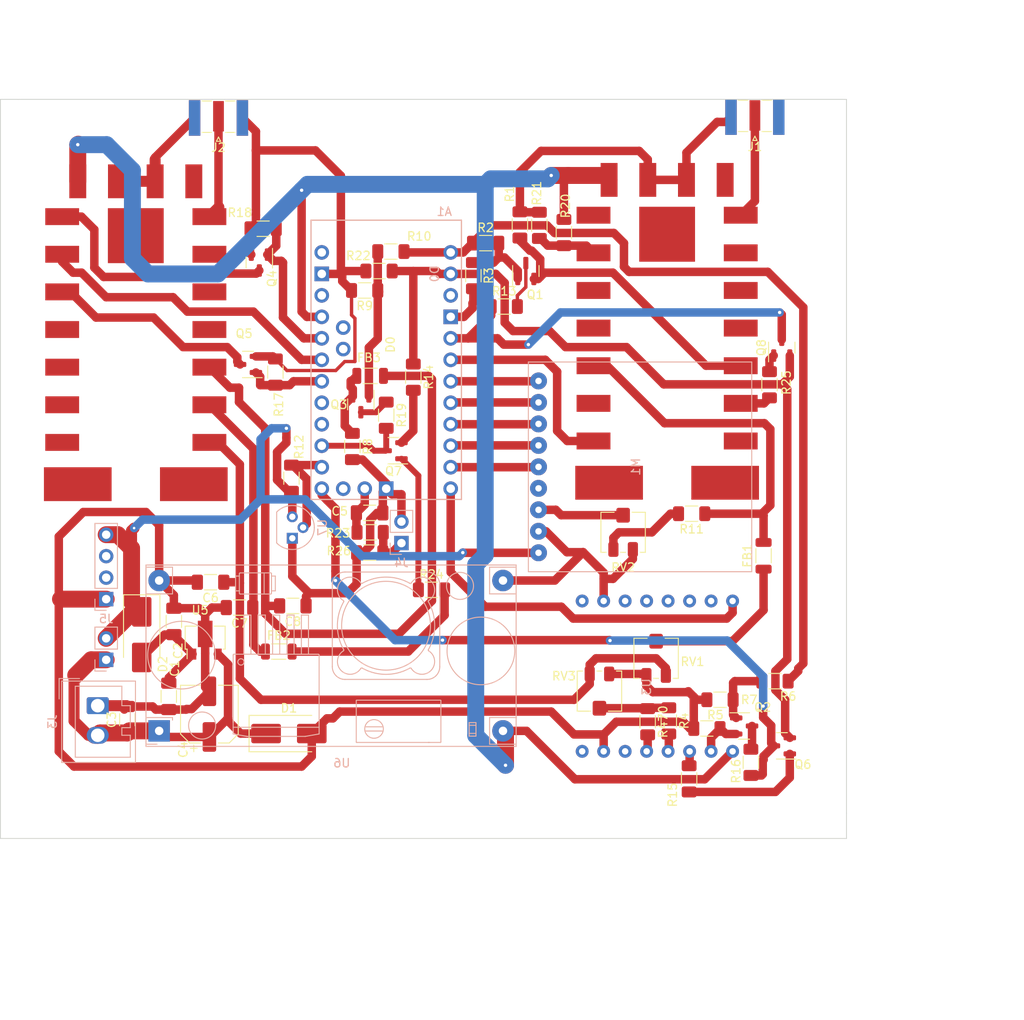
<source format=kicad_pcb>
(kicad_pcb (version 20221018) (generator pcbnew)
  (layers (0 "F.Cu" signal) (31 "B.Cu" signal) (34 "B.Paste" user) (35 "F.Paste" user) (36 "B.SilkS" user "B.Silkscreen") (37 "F.SilkS" user "F.Silkscreen") (38 "B.Mask" user) (39 "F.Mask" user) (44 "Edge.Cuts" user))
  (net 0 "")
  (net 1 "+5V")
  (net 2 "GND")
  (net 3 "VBUS")
  (net 4 "Net-(J1-In)")
  (net 5 "Net-(J2-In)")
  (net 6 "Net-(J4-Pin_1)")
  (net 7 "Net-(M1-Q1)")
  (net 8 "Net-(M1-Q2)")
  (net 9 "Net-(M1-Q3)")
  (net 11 "Net-(Q5-G)")
  (net 13 "Net-(M1-In)")
  (net 14 "Net-(Q1-B)")
  (net 15 "Net-(Q1-E)")
  (net 16 "Net-(Q4-G)")
  (net 17 "Net-(Q2-B)")
  (net 18 "Net-(Q2-E)")
  (net 19 "Net-(Q3-B)")
  (net 20 "Net-(Q3-E)")
  (net 21 "Net-(U4-PD)")
  (net 22 "Net-(R4-Pad1)")
  (net 23 "Net-(U3-DAC_R)")
  (net 24 "Net-(U1-AF_out)")
  (net 25 "Net-(R11-Pad2)")
  (net 26 "Net-(A1-D11_MOSI)")
  (net 27 "Net-(U3-DAC_L)")
  (net 28 "Net-(U4-Mic_in)")
  (net 35 "+BATT")
  (net 42 "Net-(A1-PadA6)")
  (net 44 "Net-(A1-D0{slash}RX)")
  (net 45 "Net-(A1-D1{slash}TX)")
  (net 46 "Net-(A1-D2_INT0)")
  (net 47 "Net-(A1-D3_INT1)")
  (net 48 "Net-(A1-D10_CS)")
  (net 68 "Net-(Q2-C)")
  (net 69 "Net-(M1-Q4)")
  (net 70 "Net-(Q1-C)")
  (net 71 "Net-(U4-RXD)")
  (net 72 "Net-(U3-BUSY)")
  (net 73 "Net-(Q3-C)")
  (net 74 "Net-(A1-D12_MISO)")
  (net 75 "Net-(U3-TX)")
  (net 76 "Net-(Q4-D)")
  (net 77 "Net-(Q5-D)")
  (net 78 "Net-(Q6-B)")
  (net 79 "Net-(Q7-B)")
  (net 80 "Net-(Q8-B)")
  (net 81 "Net-(U1-PD)")
  (net 82 "Net-(U4-TXD)")
  (net 83 "Net-(U1-TXD)")
  (net 84 "Net-(M1-StQ)")
  (net 85 "Net-(D2-A)")
  (net 86 "Net-(FB1-Pad1)")
  (net 87 "Net-(FB2-Pad2)")
  (net 90 "Net-(Q7-E)")
  (footprint "Capacitor_SMD:C_1206_3216Metric_Pad1.33x1.80mm_HandSolder" (layer "F.Cu") (at 171.7375 71.5)
    (fp_text reference "C5")
    (fp_text value "100n")
  )
  (footprint "Resistor_SMD:R_1206_3216Metric_Pad1.30x1.75mm_HandSolder" (layer "F.Cu") (at 209.8 71.6 180)
    (fp_text reference "R11")
    (fp_text value "470")
  )
  (footprint "Diode_SMD:D_SMB_Handsoldering" (layer "F.Cu") (at 144.8 85.9 -90)
    (fp_text reference "D2")
    (fp_text value "SS14")
  )
  (footprint "Resistor_SMD:R_1206_3216Metric_Pad1.30x1.75mm_HandSolder" (layer "F.Cu") (at 219 56.35 90)
    (fp_text reference "R25")
    (fp_text value "2k")
  )
  (footprint "Resistor_SMD:R_1206_3216Metric_Pad1.30x1.75mm_HandSolder" (layer "F.Cu") (at 171.8 73.8 180)
    (fp_text reference "R23")
    (fp_text value "10k")
  )
  (footprint "Resistor_SMD:R_1206_3216Metric_Pad1.30x1.75mm_HandSolder" (layer "F.Cu") (at 213.15 93.6 180)
    (fp_text reference "R7")
    (fp_text value "10k")
  )
  (footprint "Resistor_SMD:R_1206_3216Metric_Pad1.30x1.75mm_HandSolder" (layer "F.Cu") (at 172.85 42.9 180)
    (fp_text reference "R22")
    (fp_text value "1k")
  )
  (footprint "Capacitor_SMD:C_1206_3216Metric_Pad1.33x1.80mm_HandSolder" (layer "F.Cu") (at 156.3625 82.7 180)
    (fp_text reference "C7")
    (fp_text value "100p")
  )
  (footprint "Potentiometer_SMD:Potentiometer_Bourns_3314S_Horizontal" (layer "F.Cu") (at 201.7 73.8 180)
    (fp_text reference "RV2")
    (fp_text value "10k")
  )
  (footprint "Package_TO_SOT_SMD:SOT-23" (layer "F.Cu") (at 157.3625 53.95 180)
    (fp_text reference "Q5")
    (fp_text value "2N7002")
  )
  (footprint "Resistor_SMD:R_1206_3216Metric_Pad1.30x1.75mm_HandSolder" (layer "F.Cu") (at 204.6 96.2 -90)
    (fp_text reference "R470")
    (fp_text value "R")
  )
  (footprint "Potentiometer_SMD:Potentiometer_Bourns_3314S_Horizontal" (layer "F.Cu") (at 205.6 88.7 180)
    (fp_text reference "RV1")
    (fp_text value "10k")
  )
  (footprint "Package_TO_SOT_SMD:SOT-23" (layer "F.Cu") (at 220.4625 99.05 180)
    (fp_text reference "Q6")
    (fp_text value "BC848")
  )
  (footprint "Resistor_SMD:R_1206_3216Metric_Pad1.30x1.75mm_HandSolder" (layer "F.Cu") (at 162.5 67.4 90)
    (fp_text reference "R12")
    (fp_text value "4k7")
  )
  (footprint "Inductor_SMD:L_1206_3216Metric" (layer "F.Cu") (at 171.8 55.3 180)
    (fp_text reference "FB3")
    (fp_text value "SMD FB")
  )
  (footprint "Inductor_SMD:L_1206_3216Metric" (layer "F.Cu") (at 161 87.9)
    (fp_text reference "FB2")
    (fp_text value "SMD FB")
  )
  (footprint "Capacitor_SMD:C_1206_3216Metric_Pad1.33x1.80mm_HandSolder" (layer "F.Cu") (at 148.6 84.3375 90)
    (fp_text reference "C2")
    (fp_text value "100n")
  )
  (footprint "Capacitor_SMD:C_1206_3216Metric_Pad1.33x1.80mm_HandSolder" (layer "F.Cu") (at 148 93.2 -90)
    (fp_text reference "C1")
    (fp_text value "1u")
  )
  (footprint "Package_TO_SOT_SMD:SOT-23" (layer "F.Cu") (at 170.7 58.6625 -90)
    (fp_text reference "Q3")
    (fp_text value "BC848")
  )
  (footprint "Resistor_SMD:R_1206_3216Metric_Pad1.30x1.75mm_HandSolder" (layer "F.Cu") (at 211.6 97 180)
    (fp_text reference "R5")
    (fp_text value "1k")
  )
  (footprint "user:DRA818" (layer "F.Cu") (at 144.1 49.819 90)
    (fp_text reference "U4" hide)
    (fp_text value "TX_module" hide)
  )
  (footprint "Connector_Coaxial:SMA_Samtec_SMA-J-P-X-ST-EM1_EdgeMount" (layer "F.Cu") (at 217.275 24.7 180)
    (fp_text reference "J1")
    (fp_text value "Conn_Coaxial")
  )
  (footprint "Capacitor_SMD:C_1206_3216Metric_Pad1.33x1.80mm_HandSolder" (layer "F.Cu") (at 152.9375 79.7 180)
    (fp_text reference "C6")
    (fp_text value "100p")
  )
  (footprint "Resistor_SMD:R_1206_3216Metric_Pad1.30x1.75mm_HandSolder" (layer "F.Cu") (at 179.05 80.6)
    (fp_text reference "R24")
    (fp_text value "2k")
  )
  (footprint "Resistor_SMD:R_1206_3216Metric_Pad1.30x1.75mm_HandSolder" (layer "F.Cu") (at 174.25 40.6 180)
    (fp_text reference "R10")
    (fp_text value "2k")
  )
  (footprint "Package_TO_SOT_SMD:SOT-23" (layer "F.Cu") (at 220.45 51.9625 90)
    (fp_text reference "Q8")
    (fp_text value "BC848")
  )
  (footprint "Package_TO_SOT_SMD:SOT-23" (layer "F.Cu") (at 216 96.7)
    (fp_text reference "Q2")
    (fp_text value "BC848")
  )
  (footprint "Resistor_SMD:R_1206_3216Metric_Pad1.30x1.75mm_HandSolder" (layer "F.Cu") (at 173.7 59.95 -90)
    (fp_text reference "R19")
    (fp_text value "470")
  )
  (footprint "user:DRA818" (layer "F.Cu") (at 206.9 49.65 90)
    (fp_text reference "U1" hide)
    (fp_text value "RX_module" hide)
  )
  (footprint "Resistor_SMD:R_1206_3216Metric_Pad1.30x1.75mm_HandSolder" (layer "F.Cu") (at 159.15 37.9 180)
    (fp_text reference "R18")
    (fp_text value "1k")
  )
  (footprint "Resistor_SMD:R_1206_3216Metric_Pad1.30x1.75mm_HandSolder" (layer "F.Cu") (at 171.15 45.2 180)
    (fp_text reference "R9")
    (fp_text value "10k")
  )
  (footprint "Resistor_SMD:R_1206_3216Metric_Pad1.30x1.75mm_HandSolder" (layer "F.Cu") (at 189.5 37.45 90)
    (fp_text reference "R1")
    (fp_text value "1k")
  )
  (footprint "Resistor_SMD:R_1206_3216Metric_Pad1.30x1.75mm_HandSolder" (layer "F.Cu") (at 171.75 76.2)
    (fp_text reference "R26")
    (fp_text value "2k")
  )
  (footprint "Resistor_SMD:R_1206_3216Metric_Pad1.30x1.75mm_HandSolder" (layer "F.Cu") (at 219.65 91.4 180)
    (fp_text reference "R6")
    (fp_text value "2k")
  )
  (footprint "Inductor_SMD:L_1206_3216Metric" (layer "F.Cu") (at 218.3 76.575 90)
    (fp_text reference "FB1")
    (fp_text value "SMD_FB")
  )
  (footprint "Resistor_SMD:R_1206_3216Metric_Pad1.30x1.75mm_HandSolder" (layer "F.Cu") (at 191.8 37.5 90)
    (fp_text reference "R21")
    (fp_text value "1k")
  )
  (footprint "Resistor_SMD:R_1206_3216Metric_Pad1.30x1.75mm_HandSolder" (layer "F.Cu") (at 207.1 96.1 -90)
    (fp_text reference "R4")
    (fp_text value "470")
  )
  (footprint "Resistor_SMD:R_1206_3216Metric_Pad1.30x1.75mm_HandSolder" (layer "F.Cu") (at 209.5 102.95 90)
    (fp_text reference "R15")
    (fp_text value "2k")
  )
  (footprint "Package_TO_SOT_SMD:SOT-23" (layer "F.Cu") (at 158.7 41.9 -90)
    (fp_text reference "Q4")
    (fp_text value "2N7002")
  )
  (footprint "Resistor_SMD:R_1206_3216Metric_Pad1.30x1.75mm_HandSolder" (layer "F.Cu") (at 160.6 54.85 90)
    (fp_text reference "R17")
    (fp_text value "1k")
  )
  (footprint "Resistor_SMD:R_1206_3216Metric_Pad1.30x1.75mm_HandSolder" (layer "F.Cu") (at 169.7 63.65 -90)
    (fp_text reference "R8")
    (fp_text value "1k")
  )
  (footprint "Diode_SMD:D_SMB_Handsoldering" (layer "F.Cu") (at 162.2 97.6)
    (fp_text reference "D1")
    (fp_text value "1N4007")
  )
  (footprint "Capacitor_SMD:CP_Elec_6.3x3" (layer "F.Cu") (at 152.8 95.3 90)
    (fp_text reference "C4")
    (fp_text value "10u")
  )
  (footprint "Package_TO_SOT_SMD:SOT-23" (layer "F.Cu") (at 174.5625 64.15 180)
    (fp_text reference "Q7")
    (fp_text value "BC848")
  )
  (footprint "Package_TO_SOT_SMD:SOT-89-3" (layer "F.Cu") (at 152.3 86.25 90)
    (fp_text reference "U5")
    (fp_text value "L78L05_SOT89")
  )
  (footprint "Connector_Coaxial:SMA_Samtec_SMA-J-P-X-ST-EM1_EdgeMount" (layer "F.Cu") (at 153.875 24.8 180)
    (fp_text reference "J2")
    (fp_text value "Conn_Coaxial")
  )
  (footprint "Resistor_SMD:R_1206_3216Metric_Pad1.30x1.75mm_HandSolder" (layer "F.Cu") (at 185.45 39.6)
    (fp_text reference "R2")
    (fp_text value "2k")
  )
  (footprint "Potentiometer_SMD:Potentiometer_Bourns_3314S_Horizontal" (layer "F.Cu") (at 198.9 92.575)
    (fp_text reference "RV3")
    (fp_text value "10k")
  )
  (footprint "Resistor_SMD:R_1206_3216Metric_Pad1.30x1.75mm_HandSolder" (layer "F.Cu") (at 184 43.45 -90)
    (fp_text reference "R3")
    (fp_text value "10k")
  )
  (footprint "Resistor_SMD:R_1206_3216Metric_Pad1.30x1.75mm_HandSolder" (layer "F.Cu") (at 216.8 101 90)
    (fp_text reference "R16")
    (fp_text value "470")
  )
  (footprint "Capacitor_SMD:C_1206_3216Metric_Pad1.33x1.80mm_HandSolder" (layer "F.Cu") (at 162.6625 82.5 180)
    (fp_text reference "C8")
    (fp_text value "100p")
  )
  (footprint "Capacitor_SMD:C_1206_3216Metric_Pad1.33x1.80mm_HandSolder" (layer "F.Cu") (at 143.1 95.9625 90)
    (fp_text reference "C3")
    (fp_text value "100n")
  )
  (footprint "Resistor_SMD:R_1206_3216Metric_Pad1.30x1.75mm_HandSolder" (layer "F.Cu") (at 194.7 38.35 -90)
    (fp_text reference "R20")
    (fp_text value "470")
  )
  (footprint "Resistor_SMD:R_1206_3216Metric_Pad1.30x1.75mm_HandSolder" (layer "F.Cu") (at 176.9 55.45 -90)
    (fp_text reference "R14")
    (fp_text value "0")
  )
  (footprint "Package_TO_SOT_SMD:SOT-23" (layer "F.Cu") (at 190.2 42.9 90)
    (fp_text reference "Q1")
    (fp_text value "BC848")
  )
  (footprint "Resistor_SMD:R_1206_3216Metric_Pad1.30x1.75mm_HandSolder" (layer "F.Cu") (at 187.65 47.1)
    (fp_text reference "R13")
    (fp_text value "470")
  )
  (footprint "Package_TO_SOT_THT:TO-92" (layer "B.Cu") (at 162.6 74.5 90)
    (fp_text reference "U7")
    (fp_text value "DS18B20")
  )
  (footprint "Connector_PinHeader_2.54mm:PinHeader_1x02_P2.54mm_Vertical" (layer "B.Cu") (at 175.5 75.075)
    (fp_text reference "J4")
    (fp_text value "U_meas")
  )
  (footprint "Connector_Wago:Wago_734-132_1x02_P3.50mm_Vertical" (layer "B.Cu") (at 139.6 94.3 -90)
    (fp_text reference "J3")
    (fp_text value "7-14V")
  )
  (footprint "user:mt8870_module" (layer "B.Cu") (at 203.7 66.06 -90)
    (fp_text reference "M1")
    (fp_text value "~")
  )
  (footprint "PCM_arduino-library:Clone_Pro_Mini_Socket_NoSPH" (layer "B.Cu") (at 173.7 53.4 180)
    (fp_text reference "A1")
    (fp_text value "Clone_Pro_Mini_Socket_NoSPH")
  )
  (footprint "user:YAAJ_DCDC_StepDown_LM2596" (layer "B.Cu") (at 146.86 97.28)
    (fp_text reference "U6")
    (fp_text value "YAAJ_DCDC_StepDown_LM2596")
  )
  (footprint "user:DFPlayer_V2" (layer "B.Cu") (at 214.64 92.08 90)
    (fp_text reference "U3")
    (fp_text value "DFPLAYER_MINI" hide)
  )
  (footprint "Connector_PinHeader_2.54mm:PinHeader_1x02_P2.54mm_Vertical" (layer "B.Cu") (at 140.6 88.875)
    (fp_text reference "J6" hide)
    (fp_text value "USB_power")
  )
  (footprint "Connector_PinHeader_2.54mm:PinHeader_1x04_P2.54mm_Vertical" (layer "B.Cu") (at 140.6 81.7)
    (fp_text reference "J5")
    (fp_text value "USB_C")
  )
  (gr_line (start 128.1 110) (end 128.1 22.6) (stroke (width 0.1)) (layer "Edge.Cuts"))
  (gr_line (start 228.1 107) (end 228.1 110) (stroke (width 0.1)) (layer "Edge.Cuts"))
  (gr_line (start 228.1 110) (end 128.1 110) (stroke (width 0.1)) (layer "Edge.Cuts"))
  (gr_line (start 128.1 22.6) (end 130.2 22.6) (stroke (width 0.1)) (layer "Edge.Cuts"))
  (gr_line (start 130.2 22.6) (end 228.1 22.6) (stroke (width 0.1)) (layer "Edge.Cuts"))
  (gr_line (start 228.1 22.6) (end 228.1 107) (stroke (width 0.1)) (layer "Edge.Cuts"))
  (segment (start 143.6 75.7) (end 143.6 73.6) (width 1.3) (layer "F.Cu") (net 1))
  (segment (start 182.77 76.22) (end 182.75 76.2) (width 1) (layer "F.Cu") (net 1))
  (segment (start 161 64.1) (end 161.9 63.2) (width 1) (layer "F.Cu") (net 1))
  (segment (start 160.8 67.6) (end 160.8 64.3) (width 1) (layer "F.Cu") (net 1))
  (segment (start 143.6 75.7) (end 143.6 82) (width 2) (layer "F.Cu") (net 1))
  (segment (start 162.15 68.95) (end 160.8 67.6) (width 1) (layer "F.Cu") (net 1))
  (segment (start 162.5 68.95) (end 162.15 68.95) (width 1) (layer "F.Cu") (net 1))
  (segment (start 143.6 82) (end 144.8 83.2) (width 2) (layer "F.Cu") (net 1))
  (segment (start 143.6 73.6) (end 143.9 73.3) (width 1.3) (layer "F.Cu") (net 1))
  (segment (start 162.6 71.96) (end 162.6 69.05) (width 1) (layer "F.Cu") (net 1))
  (segment (start 161.9 63.2) (end 161.9 62.6) (width 1) (layer "F.Cu") (net 1))
  (segment (start 141.98 74.08) (end 143.6 75.7) (width 2) (layer "F.Cu") (net 1))
  (segment (start 161.9 62.6) (end 161.9 61.5) (width 1) (layer "F.Cu") (net 1))
  (segment (start 162.6 69.05) (end 162.5 68.95) (width 1) (layer "F.Cu") (net 1))
  (segment (start 143.735 83.2) (end 140.6 86.335) (width 2) (layer "F.Cu") (net 1))
  (segment (start 160.8 64.3) (end 161 64.1) (width 1) (layer "F.Cu") (net 1))
  (segment (start 191.7 76.22) (end 182.77 76.22) (width 1) (layer "F.Cu") (net 1))
  (segment (start 144.8 83.2) (end 143.735 83.2) (width 2) (layer "F.Cu") (net 1))
  (segment (start 140.6 74.08) (end 141.98 74.08) (width 2) (layer "F.Cu") (net 1))
  (via (at 143.9 73.3) (size 0.4) (drill 0.3) (layers "F.Cu" "B.Cu") (net 1))
  (via (at 161.9 61.5) (size 0.8) (drill 0.4) (layers "F.Cu" "B.Cu") (net 1))
  (via (at 182.75 76.2) (size 0.8) (drill 0.4) (layers "F.Cu" "B.Cu") (net 1))
  (segment (start 143.9 73.3) (end 144.9 72.3) (width 1) (layer "B.Cu") (net 1))
  (segment (start 158.85 62.8) (end 160.15 61.5) (width 1) (layer "B.Cu") (net 1))
  (segment (start 160.15 61.5) (end 161.9 61.5) (width 1) (layer "B.Cu") (net 1))
  (segment (start 164.1 69.9) (end 170.825 76.625) (width 1) (layer "B.Cu") (net 1))
  (segment (start 158.85 69.9) (end 158.85 62.8) (width 1) (layer "B.Cu") (net 1))
  (segment (start 182.325 76.625) (end 170.825 76.625) (width 1) (layer "B.Cu") (net 1))
  (segment (start 158.85 69.9) (end 164.1 69.9) (width 1) (layer "B.Cu") (net 1))
  (segment (start 156.45 72.3) (end 158.85 69.9) (width 1) (layer "B.Cu") (net 1))
  (segment (start 144.9 72.3) (end 156.45 72.3) (width 1) (layer "B.Cu") (net 1))
  (segment (start 182.75 76.2) (end 182.325 76.625) (width 1) (layer "B.Cu") (net 1))
  (segment (start 169.6 48.1) (end 169.6 45.2) (width 0.4) (layer "F.Cu") (net 2))
  (segment (start 199.4 99.7) (end 199.4 97.7) (width 1) (layer "F.Cu") (net 2))
  (segment (start 189.55 35.95) (end 189.5 35.9) (width 1) (layer "F.Cu") (net 2))
  (segment (start 151.575 82.775) (end 152.3 83.5) (width 1) (layer "F.Cu") (net 2))
  (segment (start 189.5 31.2) (end 189.5 35.9) (width 1) (layer "F.Cu") (net 2))
  (segment (start 135.2 81.7) (end 135 81.5) (width 1) (layer "F.Cu") (net 2))
  (segment (start 135 81.5) (end 135 99.7) (width 1) (layer "F.Cu") (net 2))
  (segment (start 164.225 81.375) (end 164.225 82.5) (width 1) (layer "F.Cu") (net 2))
  (segment (start 200.9 96.2) (end 208.8 96.2) (width 1) (layer "F.Cu") (net 2))
  (segment (start 171 76.2) (end 171.8 75.4) (width 1) (layer "F.Cu") (net 2))
  (segment (start 140.6 81.7) (end 135.2 81.7) (width 2) (layer "F.Cu") (net 2))
  (segment (start 160.3 53) (end 160.6 53.3) (width 1) (layer "F.Cu") (net 2))
  (segment (start 146.4625 94.7625) (end 148 94.7625) (width 1) (layer "F.Cu") (net 2))
  (segment (start 184 46.6) (end 183.9 46.7) (width 1) (layer "F.Cu") (net 2))
  (segment (start 146.86 79.5) (end 146.6 79.5) (width 1) (layer "F.Cu") (net 2))
  (segment (start 168.34 43.24) (end 168.68 42.9) (width 1) (layer "F.Cu") (net 2))
  (segment (start 199.4 97.7) (end 200.9 96.2) (width 1) (layer "F.Cu") (net 2))
  (segment (start 187.5 79.5) (end 193.625 79.5) (width 1) (layer "F.Cu") (net 2))
  (segment (start 141.814 32.293) (end 146.386 32.293) (width 1.3) (layer "F.Cu") (net 2))
  (segment (start 209.3 92.7) (end 209.4 92.6) (width 1) (layer "F.Cu") (net 2))
  (segment (start 168.68 42.9) (end 171.3 42.9) (width 1) (layer "F.Cu") (net 2))
  (segment (start 168.34 31.64) (end 168.34 43.24) (width 1) (layer "F.Cu") (net 2))
  (segment (start 148.6 82.775) (end 151.575 82.775) (width 1) (layer "F.Cu") (net 2))
  (segment (start 146.86 79.5) (end 151.175 79.5) (width 1) (layer "F.Cu") (net 2))
  (segment (start 170 53.6) (end 170 48.5) (width 0.4) (layer "F.Cu") (net 2))
  (segment (start 162.6 79) (end 164.6 81) (width 1) (layer "F.Cu") (net 2))
  (segment (start 171.8 72.3375) (end 172.6375 71.5) (width 1) (layer "F.Cu") (net 2))
  (segment (start 193.2 95) (end 168.2 95) (width 1) (layer "F.Cu") (net 2))
  (segment (start 148.6 81.24) (end 146.86 79.5) (width 1) (layer "F.Cu") (net 2))
  (segment (start 158.3 53) (end 160.3 53) (width 1) (layer "F.Cu") (net 2))
  (segment (start 202.85 75.825) (end 202.85 76.95) (width 1) (layer "F.Cu") (net 2))
  (segment (start 168.8 53.6) (end 170 53.6) (width 0.4) (layer "F.Cu") (net 2))
  (segment (start 152.3 88.1125) (end 152.3 92.1) (width 1) (layer "F.Cu") (net 2))
  (segment (start 150.1 94.7) (end 150.0375 94.7625) (width 1) (layer "F.Cu") (net 2))
  (segment (start 143 94.3) (end 143.1 94.4) (width 1.3) (layer "F.Cu") (net 2))
  (segment (start 200.05 90.55) (end 204.275 90.55) (width 1) (layer "F.Cu") (net 2))
  (segment (start 209.186 32.124) (end 209.186 28.904) (width 1) (layer "F.Cu") (net 2))
  (segment (start 173.7 68) (end 173.7 68.64) (width 1) (layer "F.Cu") (net 2))
  (segment (start 213.88 25.27) (end 214.45 24.7) (width 1) (layer "F.Cu") (net 2))
  (segment (start 166.7 95.8) (end 164.9 97.6) (width 1) (layer "F.Cu") (net 2))
  (segment (start 143.1 94.4) (end 146.1 94.4) (width 1) (layer "F.Cu") (net 2))
  (segment (start 142.74 94.76) (end 143.1 94.4) (width 1) (layer "F.Cu") (net 2))
  (segment (start 152.8 92.6) (end 150.7 94.7) (width 1) (layer "F.Cu") (net 2))
  (segment (start 162.6 74.5) (end 162.6 79) (width 1) (layer "F.Cu") (net 2))
  (segment (start 210.05 97) (end 209.6 97) (width 1) (layer "F.Cu") (net 2))
  (segment (start 168.34 43.24) (end 166.08 43.24) (width 1) (layer "F.Cu") (net 2))
  (segment (start 157.6 37.9) (end 157.6 40.8125) (width 1) (layer "F.Cu") (net 2))
  (segment (start 163.7 101.5) (end 164.9 100.3) (width 1) (layer "F.Cu") (net 2))
  (segment (start 170.2 76.2) (end 171 76.2) (width 1) (layer "F.Cu") (net 2))
  (segment (start 171.8 75.4) (end 171.8 72.3375) (width 1) (layer "F.Cu") (net 2))
  (segment (start 136.8 101.5) (end 163.7 101.5) (width 1) (layer "F.Cu") (net 2))
  (segment (start 145.3 71.4) (end 137.9 71.4) (width 1) (layer "F.Cu") (net 2))
  (segment (start 204.614 32.686) (end 204.614 32.124) (width 1) (layer "F.Cu") (net 2))
  (segment (start 165.34 28.64) (end 168.34 31.64) (width 1) (layer "F.Cu") (net 2))
  (segment (start 135 99.7) (end 136.8 101.5) (width 1) (layer "F.Cu") (net 2))
  (segment (start 148.6 82.775) (end 148.6 81.24) (width 1) (layer "F.Cu") (net 2))
  (segment (start 135 74.3) (end 135 81.5) (width 1) (layer "F.Cu") (net 2))
  (segment (start 169.6 45.2) (end 168.5 44.1) (width 1) (layer "F.Cu") (net 2))
  (segment (start 167.4 95.8) (end 166.7 95.8) (width 1) (layer "F.Cu") (net 2))
  (segment (start 191.7 73.68) (end 192.58 73.68) (width 1) (layer "F.Cu") (net 2))
  (segment (start 195.05 76.15) (end 196.975 76.15) (width 1) (layer "F.Cu") (net 2))
  (segment (start 195.9 97.7) (end 193.2 95) (width 1) (layer "F.Cu") (net 2))
  (segment (start 146.386 29.714) (end 146.386 32.293) (width 1.3) (layer "F.Cu") (net 2))
  (segment (start 164.6 81) (end 169.1 81) (width 1) (layer "F.Cu") (net 2))
  (segment (start 173.3 71.5) (end 173.3 69.04) (width 1) (layer "F.Cu") (net 2))
  (segment (start 209.4 92.6) (end 210.05 93.25) (width 1) (layer "F.Cu") (net 2))
  (segment (start 158.3 36.3) (end 158.3 37.2) (width 1) (layer "F.Cu") (net 2))
  (segment (start 150.0375 94.7625) (end 148 94.7625) (width 1) (layer "F.Cu") (net 2))
  (segment (start 153.1 82.7) (end 154.8 82.7) (width 1) (layer "F.Cu") (net 2))
  (segment (start 203.6 28.7) (end 192 28.7) (width 1) (layer "F.Cu") (net 2))
  (segment (start 204.45 91.95) (end 205.2 92.7) (width 1) (layer "F.Cu") (net 2))
  (segment (start 175.5 69.3) (end 175.5 72.535) (width 1) (layer "F.Cu") (net 2))
  (segment (start 199.4 97.7) (end 195.9 97.7) (width 1) (layer "F.Cu") (net 2))
  (segment (start 199.4 81.92) (end 199.4 79.3) (width 1) (layer "F.Cu") (net 2))
  (segment (start 210.05 93.25) (end 210.4 93.6) (width 1) (layer "F.Cu") (net 2))
  (segment (start 205.2 92.7) (end 209.3 92.7) (width 1) (layer "F.Cu") (net 2))
  (segment (start 170.2 79.9) (end 170.2 76.2) (width 1) (layer "F.Cu") (net 2))
  (segment (start 139.6 94.3) (end 143 94.3) (width 1.3) (layer "F.Cu") (net 2))
  (segment (start 204.275 90.55) (end 204.45 90.725) (width 1) (layer "F.Cu") (net 2))
  (segment (start 167.7364 54.6636) (end 168.8 53.6) (width 0.4) (layer "F.Cu") (net 2))
  (segment (start 210.4 93.6) (end 211.6 93.6) (width 1) (layer "F.Cu") (net 2))
  (segment (start 170 48.5) (end 169.6 48.1) (width 0.4) (layer "F.Cu") (net 2))
  (segment (start 209.186 28.904) (end 212.82 25.27) (width 1) (layer "F.Cu") (net 2))
  (segment (start 168.5 44.1) (end 168.5 43.4) (width 1) (layer "F.Cu") (net 2))
  (segment (start 158.3 28.64) (end 165.34 28.64) (width 1) (layer "F.Cu") (net 2))
  (segment (start 157.6 40.8125) (end 157.75 40.9625) (width 1) (layer "F.Cu") (net 2))
  (segment (start 204.614 32.124) (end 209.186 32.124) (width 1) (layer "F.Cu") (net 2))
  (segment (start 183.9 47.3) (end 182.88 48.32) (width 1) (layer "F.Cu") (net 2))
  (segment (start 152.3 88.1125) (end 152.3 83.5) (width 1) (layer "F.Cu") (net 2))
  (segment (start 193.625 79.5) (end 196.975 76.15) (width 1) (layer "F.Cu") (net 2))
  (segment (start 173.7 68.64) (end 174.36 69.3) (width 1) (layer "F.Cu") (net 2))
  (segment (start 209.6 97) (end 208.8 96.2) (width 1) (layer "F.Cu") (net 2))
  (segment (start 169.7 65.2) (end 170.9 65.2) (width 1) (layer "F.Cu") (net 2))
  (segment (start 173.3 69.04) (end 173.7 68.64) (width 1) (layer "F.Cu") (net 2))
  (segment (start 158.3 28.64) (end 158.3 26.4) (width 1) (layer "F.Cu") (net 2))
  (segment (start 170.9 65.2) (end 173.7 68) (width 1) (layer "F.Cu") (net 2))
  (segment (start 152.3 83.5) (end 153.1 82.7) (width 1) (layer "F.Cu") (net 2))
  (segment (start 174.36 69.3) (end 175.5 69.3) (width 1) (layer "F.Cu") (net 2))
  (segment (start 210.05 93.25) (end 210.05 97) (width 1) (layer "F.Cu") (net 2))
  (segment (start 169.1 81) (end 170.2 79.9) (width 1) (layer "F.Cu") (net 2))
  (segment (start 204.614 29.714) (end 203.6 28.7) (width 1) (layer "F.Cu") (net 2))
  (segment (start 146.86 79.5) (end 146.86 72.96) (width 1) (layer "F.Cu") (net 2))
  (segment (start 202.85 76.95) (end 200.5 79.3) (width 1) (layer "F.Cu") (net 2))
  (segment (start 182.88 48.32) (end 181.32 48.32) (width 1) (layer "F.Cu") (net 2))
  (segment (start 158.3 28.64) (end 158.3 36.3) (width 1) (layer "F.Cu") (net 2))
  (segment (start 158.3 26.4) (end 156.7 24.8) (width 1) (layer "F.Cu") (net 2))
  (segment (start 137.9 71.4) (end 135 74.3) (width 1) (layer "F.Cu") (net 2))
  (segment (start 146.386 29.464) (end 151.05 24.8) (width 1) (layer "F.Cu") (net 2))
  (segment (start 204.614 32.124) (end 204.614 29.714) (width 1) (layer "F.Cu") (net 2))
  (segment (start 204.45 90.725) (end 204.45 91.95) (width 1) (layer "F.Cu") (net 2))
  (segment (start 191.8 35.95) (end 189.55 35.95) (width 1) (layer "F.Cu") (net 2))
  (segment (start 172.6375 71.5) (end 173.3 71.5) (width 1) (layer "F.Cu") (net 2))
  (segment (start 146.1 94.4) (end 146.4625 94.7625) (width 1) (layer "F.Cu") (net 2))
  (segment (start 160.6 53.3) (end 161.9636 54.6636) (width 0.4) (layer "F.Cu") (net 2))
  (segment (start 199.4 79.3) (end 199.4 78.575) (width 1) (layer "F.Cu") (net 2))
  (segment (start 168.2 95) (end 167.4 95.8) (width 1) (layer "F.Cu") (net 2))
  (segment (start 164.9 100.3) (end 164.9 97.6) (width 1) (layer "F.Cu") (net 2))
  (segment (start 212.82 25.27) (end 213.88 25.27) (width 1) (layer "F.Cu") (net 2))
  (segment (start 151.175 79.5) (end 151.375 79.7) (width 1) (layer "F.Cu") (net 2))
  (segment (start 161.9636 54.6636) (end 167.7364 54.6636) (width 0.4) (layer "F.Cu") (net 2))
  (segment (start 168.5 43.4) (end 168.34 43.24) (width 1) (layer "F.Cu") (net 2))
  (segment (start 164.6 81) (end 164.225 81.375) (width 1) (layer "F.Cu") (net 2))
  (segment (start 192 28.7) (end 189.5 31.2) (width 1) (layer "F.Cu") (net 2))
  (segment (start 158.3 37.2) (end 157.6 37.9) (width 1) (layer "F.Cu") (net 2))
  (segment (start 146.86 72.96) (end 145.3 71.4) (width 1) (layer "F.Cu") (net 2))
  (segment (start 152.3 92.1) (end 152.8 92.6) (width 1) (layer "F.Cu") (net 2))
  (segment (start 199.4 78.575) (end 196.975 76.15) (width 1) (layer "F.Cu") (net 2))
  (segment (start 200.5 79.3) (end 199.4 79.3) (width 1) (layer "F.Cu") (net 2))
  (segment (start 192.58 73.68) (end 195.05 76.15) (width 1) (layer "F.Cu") (net 2))
  (segment (start 146.386 29.714) (end 146.386 29.464) (width 1) (layer "F.Cu") (net 2))
  (segment (start 183.9 46.7) (end 183.9 47.3) (width 1) (layer "F.Cu") (net 2))
  (segment (start 150.7 94.7) (end 150.1 94.7) (width 1) (layer "F.Cu") (net 2))
  (segment (start 184 45) (end 184 46.6) (width 1) (layer "F.Cu") (net 2))
  (segment (start 181.3 48.3) (end 181.32 48.32) (width 1) (layer "F.Cu") (net 2))
  (segment (start 155 95.8) (end 154.85 95.95) (width 1) (layer "F.Cu") (net 3))
  (segment (start 155 89.4) (end 155 95.8) (width 1) (layer "F.Cu") (net 3))
  (segment (start 154.85 95.95) (end 156.5 97.6) (width 1) (layer "F.Cu") (net 3))
  (segment (start 152.8 98) (end 147.58 98) (width 1) (layer "F.Cu") (net 3))
  (segment (start 146.86 97.28) (end 143.345 97.28) (width 2) (layer "F.Cu") (net 3))
  (segment (start 147.58 98) (end 146.86 97.28) (width 1) (layer "F.Cu") (net 3))
  (segment (start 143.345 97.28) (end 143.1 97.525) (width 2) (layer "F.Cu") (net 3))
  (segment (start 146.615 97.525) (end 146.86 97.28) (width 2) (layer "F.Cu") (net 3))
  (segment (start 138.825 88.875) (end 137 90.7) (width 2) (layer "F.Cu") (net 3))
  (segment (start 138.5 97.8) (end 139.6 97.8) (width 1.3) (layer "F.Cu") (net 3))
  (segment (start 153.8 88.2) (end 155 89.4) (width 1) (layer "F.Cu") (net 3))
  (segment (start 140.6 88.875) (end 138.825 88.875) (width 2) (layer "F.Cu") (net 3))
  (segment (start 154.85 95.95) (end 152.8 98) (width 1) (layer "F.Cu") (net 3))
  (segment (start 136.8 90.9) (end 136.8 96.1) (width 1.3) (layer "F.Cu") (net 3))
  (segment (start 137 90.7) (end 136.8 90.9) (width 1.3) (layer "F.Cu") (net 3))
  (segment (start 156.5 97.6) (end 159.5 97.6) (width 1) (layer "F.Cu") (net 3))
  (segment (start 143.1 97.525) (end 139.875 97.525) (width 2) (layer "F.Cu") (net 3))
  (segment (start 136.8 96.1) (end 138.5 97.8) (width 1.3) (layer "F.Cu") (net 3))
  (segment (start 139.242462 97.8) (end 139.6 97.8) (width 2) (layer "F.Cu") (net 3))
  (segment (start 139.875 97.525) (end 139.6 97.8) (width 2) (layer "F.Cu") (net 3))
  (segment (start 217.275 34.625) (end 217.275 24.5) (width 1) (layer "F.Cu") (net 4))
  (segment (start 215.6 36.3) (end 217.275 34.625) (width 1) (layer "F.Cu") (net 4))
  (segment (start 153.875 24.6) (end 153.875 35.304) (width 1) (layer "F.Cu") (net 5))
  (segment (start 153.92 35.349) (end 152.8 36.469) (width 1.3) (layer "F.Cu") (net 5))
  (segment (start 153.875 35.304) (end 153.92 35.349) (width 1) (layer "F.Cu") (net 5))
  (segment (start 173.3 76.2) (end 174.375 76.2) (width 1) (layer "F.Cu") (net 6))
  (segment (start 173.35 73.8) (end 173.35 76.15) (width 1) (layer "F.Cu") (net 6))
  (segment (start 173.35 76.15) (end 173.3 76.2) (width 1) (layer "F.Cu") (net 6))
  (segment (start 174.375 76.2) (end 175.5 75.075) (width 1) (layer "F.Cu") (net 6))
  (segment (start 181.32 55.94) (end 191.66 55.94) (width 1) (layer "F.Cu") (net 7))
  (segment (start 191.66 55.94) (end 191.7 55.9) (width 1) (layer "F.Cu") (net 7))
  (segment (start 181.42 58.58) (end 181.32 58.48) (width 1) (layer "F.Cu") (net 8))
  (segment (start 191.7 58.44) (end 181.36 58.44) (width 1) (layer "F.Cu") (net 8))
  (segment (start 181.36 58.44) (end 181.32 58.48) (width 1) (layer "F.Cu") (net 8))
  (segment (start 181.38 61.08) (end 181.32 61.02) (width 1) (layer "F.Cu") (net 9))
  (segment (start 191.66 61.02) (end 191.7 60.98) (width 1) (layer "F.Cu") (net 9))
  (segment (start 181.32 61.02) (end 191.66 61.02) (width 1) (layer "F.Cu") (net 9))
  (segment (start 158.3 54.9) (end 158.8 55.4) (width 1) (layer "F.Cu") (net 11))
  (segment (start 158.8 56.4) (end 160.6 56.4) (width 1) (layer "F.Cu") (net 11))
  (segment (start 162.74 55.94) (end 162.28 56.4) (width 1) (layer "F.Cu") (net 11))
  (segment (start 158.8 55.4) (end 158.8 56.4) (width 1) (layer "F.Cu") (net 11))
  (segment (start 166.08 55.94) (end 162.74 55.94) (width 1) (layer "F.Cu") (net 11))
  (segment (start 162.28 56.4) (end 160.6 56.4) (width 1) (layer "F.Cu") (net 11))
  (segment (start 201.7 71.775) (end 194.375 71.775) (width 1) (layer "F.Cu") (net 13))
  (segment (start 194.375 71.775) (end 193.74 71.14) (width 1) (layer "F.Cu") (net 13))
  (segment (start 191.7 71.14) (end 193.74 71.14) (width 1) (layer "F.Cu") (net 13))
  (segment (start 193.74 71.14) (end 194.2 71.6) (width 1) (layer "F.Cu") (net 13))
  (segment (start 186.4 41.9) (end 184 41.9) (width 1) (layer "F.Cu") (net 14))
  (segment (start 187.05 41.25) (end 187.1 41.3) (width 1) (layer "F.Cu") (net 14))
  (segment (start 189.25 43.8375) (end 189.25 42.875) (width 1) (layer "F.Cu") (net 14))
  (segment (start 187.1 41.3) (end 187.675 41.3) (width 1) (layer "F.Cu") (net 14))
  (segment (start 187 41.3) (end 187.05 41.25) (width 1) (layer "F.Cu") (net 14))
  (segment (start 189.25 42.875) (end 187.675 41.3) (width 1) (layer "F.Cu") (net 14))
  (segment (start 187 41.3) (end 186.4 41.9) (width 1) (layer "F.Cu") (net 14))
  (segment (start 187 39.6) (end 187 41.3) (width 1) (layer "F.Cu") (net 14))
  (segment (start 191.6625 43.8375) (end 191.9 43.6) (width 1) (layer "F.Cu") (net 15))
  (segment (start 200.5 43.1) (end 211.5 54.1) (width 1) (layer "F.Cu") (net 15))
  (segment (start 191.9 43.6) (end 192.4 43.1) (width 1) (layer "F.Cu") (net 15))
  (segment (start 191.15 43.8375) (end 191.6625 43.8375) (width 1) (layer "F.Cu") (net 15))
  (segment (start 190.7 40.5) (end 189.5 39.3) (width 1) (layer "F.Cu") (net 15))
  (segment (start 189.5 39.3) (end 189.5 39) (width 1) (layer "F.Cu") (net 15))
  (segment (start 191.9 43.6) (end 191.9 41.5) (width 1) (layer "F.Cu") (net 15))
  (segment (start 192.4 43.1) (end 200.5 43.1) (width 1) (layer "F.Cu") (net 15))
  (segment (start 190.9 40.5) (end 190.7 40.5) (width 1) (layer "F.Cu") (net 15))
  (segment (start 211.5 54.1) (end 215.6 54.1) (width 1) (layer "F.Cu") (net 15))
  (segment (start 191.9 41.5) (end 190.9 40.5) (width 1) (layer "F.Cu") (net 15))
  (segment (start 163.96 50.86) (end 166.08 50.86) (width 1) (layer "F.Cu") (net 16))
  (segment (start 160.3875 41.7) (end 161.3 41.7) (width 1) (layer "F.Cu") (net 16))
  (segment (start 161.5 41.9) (end 161.5 48.4) (width 1) (layer "F.Cu") (net 16))
  (segment (start 160.7 37.9) (end 160.7 39.9125) (width 1) (layer "F.Cu") (net 16))
  (segment (start 160.7 39.9125) (end 159.65 40.9625) (width 1) (layer "F.Cu") (net 16))
  (segment (start 161.5 48.4) (end 163.96 50.86) (width 1) (layer "F.Cu") (net 16))
  (segment (start 161.3 41.7) (end 161.5 41.9) (width 1) (layer "F.Cu") (net 16))
  (segment (start 159.65 40.9625) (end 160.3875 41.7) (width 1) (layer "F.Cu") (net 16))
  (segment (start 214.7 91.6) (end 214.9 91.4) (width 1) (layer "F.Cu") (net 17))
  (segment (start 214.9 91.4) (end 218.1 91.4) (width 1) (layer "F.Cu") (net 17))
  (segment (start 214.7 93.6) (end 214.7 91.6) (width 1) (layer "F.Cu") (net 17))
  (segment (start 214.7 93.6) (end 214.7 95.3875) (width 1) (layer "F.Cu") (net 17))
  (segment (start 214.7 95.3875) (end 215.0625 95.75) (width 1) (layer "F.Cu") (net 17))
  (segment (start 213.15 97.05) (end 212.1 98.1) (width 1) (layer "F.Cu") (net 18))
  (segment (start 213.15 97) (end 213.15 97.05) (width 1) (layer "F.Cu") (net 18))
  (segment (start 213.15 97) (end 213.2 97) (width 1) (layer "F.Cu") (net 18))
  (segment (start 213.2 97) (end 213.85 97.65) (width 1) (layer "F.Cu") (net 18))
  (segment (start 212.1 98.1) (end 212.1 99.7) (width 1) (layer "F.Cu") (net 18))
  (segment (start 213.85 97.65) (end 215.0625 97.65) (width 1) (layer "F.Cu") (net 18))
  (segment (start 172.85 45.35) (end 172.7 45.2) (width 1) (layer "F.Cu") (net 19))
  (segment (start 172.7 45.2) (end 172.7 40.6) (width 1) (layer "F.Cu") (net 19))
  (segment (start 171.65 51.95) (end 171.65 57.725) (width 1) (layer "F.Cu") (net 19))
  (segment (start 172.7 45.2) (end 172.7 50.9) (width 1) (layer "F.Cu") (net 19))
  (segment (start 172.7 50.9) (end 171.65 51.95) (width 1) (layer "F.Cu") (net 19))
  (segment (start 168.8 61.2) (end 168.8 58.675) (width 1) (layer "F.Cu") (net 20))
  (segment (start 169.75 56.85) (end 169.75 57.725) (width 1) (layer "F.Cu") (net 20))
  (segment (start 169.7 62.1) (end 168.8 61.2) (width 1) (layer "F.Cu") (net 20))
  (segment (start 170.225 55.3) (end 169.625 55.9) (width 1) (layer "F.Cu") (net 20))
  (segment (start 169.5 56.6) (end 169.75 56.85) (width 1) (layer "F.Cu") (net 20))
  (segment (start 169.5 55.9) (end 169.5 56.6) (width 1) (layer "F.Cu") (net 20))
  (segment (start 168.8 58.675) (end 169.75 57.725) (width 1) (layer "F.Cu") (net 20))
  (segment (start 169.625 55.9) (end 169.5 55.9) (width 1) (layer "F.Cu") (net 20))
  (segment (start 137.7 43.1) (end 136.7 43.1) (width 1) (layer "F.Cu") (net 21))
  (segment (start 166.08 53.4) (end 163.7 53.4) (width 1) (layer "F.Cu") (net 21))
  (segment (start 136.7 43.1) (end 135.4 41.8) (width 1) (layer "F.Cu") (net 21))
  (segment (start 135.4 41.8) (end 135.4 40.919) (width 1) (layer "F.Cu") (net 21))
  (segment (start 158 47.7) (end 150.2 47.7) (width 1) (layer "F.Cu") (net 21))
  (segment (start 150.2 47.7) (end 148.5 46) (width 1) (layer "F.Cu") (net 21))
  (segment (start 135.419 40.919) (end 135.4 40.919) (width 1) (layer "F.Cu") (net 21))
  (segment (start 163.7 53.4) (end 158 47.7) (width 1) (layer "F.Cu") (net 21))
  (segment (start 140.6 46) (end 137.7 43.1) (width 1) (layer "F.Cu") (net 21))
  (segment (start 148.5 46) (end 140.6 46) (width 1) (layer "F.Cu") (net 21))
  (segment (start 204.675 94.575) (end 204.6 94.65) (width 1) (layer "F.Cu") (net 22))
  (segment (start 207.1 94.55) (end 204.7 94.55) (width 1) (layer "F.Cu") (net 22))
  (segment (start 198.9 94.6) (end 204.55 94.6) (width 1) (layer "F.Cu") (net 22))
  (segment (start 204.7 94.55) (end 204.6 94.65) (width 1) (layer "F.Cu") (net 22))
  (segment (start 204.55 94.6) (end 204.6 94.65) (width 1) (layer "F.Cu") (net 22))
  (segment (start 207.1 99.62) (end 207.02 99.7) (width 1) (layer "F.Cu") (net 23))
  (segment (start 207.1 97.65) (end 207.1 99.62) (width 1) (layer "F.Cu") (net 23))
  (segment (start 199.8 54.1) (end 206.6 60.9) (width 1) (layer "F.Cu") (net 24))
  (segment (start 218.1 71.6) (end 219.1 70.6) (width 1) (layer "F.Cu") (net 24))
  (segment (start 218.3 75) (end 218.3 71.8) (width 1) (layer "F.Cu") (net 24))
  (segment (start 218.4 60.9) (end 219.1 61.6) (width 1) (layer "F.Cu") (net 24))
  (segment (start 206.6 60.9) (end 218.4 60.9) (width 1) (layer "F.Cu") (net 24))
  (segment (start 219.1 61.6) (end 219.1 70.6) (width 1) (layer "F.Cu") (net 24))
  (segment (start 211.35 71.6) (end 218.1 71.6) (width 1) (layer "F.Cu") (net 24))
  (segment (start 218.3 71.8) (end 218.1 71.6) (width 1) (layer "F.Cu") (net 24))
  (segment (start 198.2 54.1) (end 199.8 54.1) (width 1) (layer "F.Cu") (net 24))
  (segment (start 208.25 71.6) (end 207.3 71.6) (width 1) (layer "F.Cu") (net 25))
  (segment (start 201.2 73.8) (end 200.55 74.45) (width 1) (layer "F.Cu") (net 25))
  (segment (start 207.3 71.6) (end 205.1 73.8) (width 1) (layer "F.Cu") (net 25))
  (segment (start 208 71.85) (end 208.25 71.6) (width 1) (layer "F.Cu") (net 25))
  (segment (start 205.1 73.8) (end 201.2 73.8) (width 1) (layer "F.Cu") (net 25))
  (segment (start 200.55 74.45) (end 200.55 75.825) (width 1) (layer "F.Cu") (net 25))
  (segment (start 162.5 65.85) (end 165.83 65.85) (width 1) (layer "F.Cu") (net 26))
  (segment (start 162.5 65.85) (end 162.65 65.85) (width 1) (layer "F.Cu") (net 26))
  (segment (start 165.83 65.85) (end 166.08 66.1) (width 1) (layer "F.Cu") (net 26))
  (segment (start 162.65 65.85) (end 164.3 67.5) (width 1) (layer "F.Cu") (net 26))
  (segment (start 164.3 72.8) (end 163.87 73.23) (width 1) (layer "F.Cu") (net 26))
  (segment (start 164.3 67.5) (end 164.3 72.8) (width 1) (layer "F.Cu") (net 26))
  (segment (start 204.6 99.58) (end 204.48 99.7) (width 1) (layer "F.Cu") (net 27))
  (segment (start 204.6 97.75) (end 204.6 99.58) (width 1) (layer "F.Cu") (net 27))
  (segment (start 154.5 79.7) (end 156.3 79.7) (width 1) (layer "F.Cu") (net 28))
  (segment (start 206.75 89.85) (end 205.6 88.7) (width 1) (layer "F.Cu") (net 28))
  (segment (start 153.8 63.169) (end 152.8 63.169) (width 1) (layer "F.Cu") (net 28))
  (segment (start 156.4 79.8) (end 156.4 91.1) (width 1) (layer "F.Cu") (net 28))
  (segment (start 197.75 91.75) (end 197.75 90.55) (width 1) (layer "F.Cu") (net 28))
  (segment (start 156.4 91.1) (end 158.9 93.6) (width 1) (layer "F.Cu") (net 28))
  (segment (start 156.4 79.8) (end 156.4 65.769) (width 1) (layer "F.Cu") (net 28))
  (segment (start 156.3 79.7) (end 156.4 79.8) (width 1) (layer "F.Cu") (net 28))
  (segment (start 158.9 93.6) (end 195.9 93.6) (width 1) (layer "F.Cu") (net 28))
  (segment (start 206.75 90.725) (end 206.75 89.85) (width 1) (layer "F.Cu") (net 28))
  (segment (start 195.9 93.6) (end 197.75 91.75) (width 1) (layer "F.Cu") (net 28))
  (segment (start 198.5 88.7) (end 197.75 89.45) (width 1) (layer "F.Cu") (net 28))
  (segment (start 156.4 65.769) (end 153.8 63.169) (width 1) (layer "F.Cu") (net 28))
  (segment (start 205.6 88.7) (end 198.5 88.7) (width 1) (layer "F.Cu") (net 28))
  (segment (start 197.75 89.45) (end 197.75 90.55) (width 1) (layer "F.Cu") (net 28))
  (segment (start 194.7 36.8) (end 194.7 32.1) (width 1) (layer "F.Cu") (net 35))
  (segment (start 211.34 103) (end 196 103) (width 1) (layer "F.Cu") (net 35))
  (segment (start 187.8 101.3) (end 187.8 97.58) (width 2) (layer "F.Cu") (net 35))
  (segment (start 187.8 101.3) (end 187.8 101.35) (width 2) (layer "F.Cu") (net 35))
  (segment (start 196 103) (end 190.28 97.28) (width 1) (layer "F.Cu") (net 35))
  (segment (start 187.8 97.58) (end 187.5 97.28) (width 2) (layer "F.Cu") (net 35))
  (segment (start 194.7 32.1) (end 195.2 31.6) (width 1) (layer "F.Cu") (net 35))
  (segment (start 193.2 31.6) (end 195.2 31.6) (width 2) (layer "F.Cu") (net 35))
  (segment (start 166.08 48.32) (end 164.32 48.32) (width 1) (layer "F.Cu") (net 35))
  (segment (start 163.7 47.7) (end 163.7 33.35) (width 1) (layer "F.Cu") (net 35))
  (segment (start 164.32 48.32) (end 163.7 47.7) (width 1) (layer "F.Cu") (net 35))
  (segment (start 195.2 31.6) (end 199.518 31.6) (width 2) (layer "F.Cu") (net 35))
  (segment (start 137.242 32.293) (end 137.242 27.958) (width 2) (layer "F.Cu") (net 35))
  (segment (start 137.3 27.9) (end 137.242 27.958) (width 2) (layer "F.Cu") (net 35))
  (segment (start 214.64 99.7) (end 211.34 103) (width 1) (layer "F.Cu") (net 35))
  (segment (start 190.28 97.28) (end 187.5 97.28) (width 1) (layer "F.Cu") (net 35))
  (segment (start 199.518 31.6) (end 200.042 32.124) (width 2) (layer "F.Cu") (net 35))
  (via (at 187.8 101.35) (size 0.8) (drill 0.4) (layers "F.Cu" "B.Cu") (net 35))
  (via (at 193.2 31.6) (size 0.8) (drill 0.4) (layers "F.Cu" "B.Cu") (net 35))
  (via (at 163.7 33.35) (size 0.8) (drill 0.4) (layers "F.Cu" "B.Cu") (net 35))
  (via (at 137.242 27.958) (size 0.8) (drill 0.4) (layers "F.Cu" "B.Cu") (net 35))
  (segment (start 184.279164 97.829164) (end 184.279164 77.620836) (width 2) (layer "B.Cu") (net 35))
  (segment (start 164.4 32.65) (end 163.7 33.35) (width 2) (layer "B.Cu") (net 35))
  (segment (start 143.7 31) (end 143.7 41.4) (width 2) (layer "B.Cu") (net 35))
  (segment (start 186.05 32) (end 192.8 32) (width 2) (layer "B.Cu") (net 35))
  (segment (start 145.55 43.25) (end 153.8 43.25) (width 2) (layer "B.Cu") (net 35))
  (segment (start 185.4 76.5) (end 185.4 32.65) (width 2) (layer "B.Cu") (net 35))
  (segment (start 140.658 27.958) (end 143.7 31) (width 2) (layer "B.Cu") (net 35))
  (segment (start 192.8 32) (end 193.2 31.6) (width 2) (layer "B.Cu") (net 35))
  (segment (start 153.8 43.25) (end 163.7 33.35) (width 2) (layer "B.Cu") (net 35))
  (segment (start 184.279164 77.620836) (end 185.4 76.5) (width 2) (layer "B.Cu") (net 35))
  (segment (start 137.242 27.958) (end 140.658 27.958) (width 2) (layer "B.Cu") (net 35))
  (segment (start 185.4 32.65) (end 186.05 32) (width 2) (layer "B.Cu") (net 35))
  (segment (start 143.7 41.4) (end 145.55 43.25) (width 2) (layer "B.Cu") (net 35))
  (segment (start 187.8 101.35) (end 184.279164 97.829164) (width 2) (layer "B.Cu") (net 35))
  (segment (start 185.4 32.65) (end 164.4 32.65) (width 2) (layer "B.Cu") (net 35))
  (segment (start 171.16 68.64) (end 171.16 70.515) (width 1) (layer "F.Cu") (net 42))
  (segment (start 171.16 70.515) (end 170.175 71.5) (width 1) (layer "F.Cu") (net 42))
  (segment (start 170.175 71.5) (end 170.175 73.725) (width 1) (layer "F.Cu") (net 42))
  (segment (start 170.175 73.725) (end 170.25 73.8) (width 1) (layer "F.Cu") (net 42))
  (segment (start 194.9 51.9) (end 202.1 51.9) (width 1) (layer "F.Cu") (net 44))
  (segment (start 219.7 90.2) (end 219.7 92.45) (width 1) (layer "F.Cu") (net 44))
  (segment (start 206.5 56.3) (end 220.5 56.3) (width 1) (layer "F.Cu") (net 44))
  (segment (start 186.64 43.24) (end 187.7 44.3) (width 1) (layer "F.Cu") (net 44))
  (segment (start 220.5 56.3) (end 221.1 56.9) (width 1) (layer "F.Cu") (net 44))
  (segment (start 220.85 93.6) (end 220.85 97.55) (width 1) (layer "F.Cu") (net 44))
  (segment (start 181.32 43.24) (end 186.64 43.24) (width 1) (layer "F.Cu") (net 44))
  (segment (start 221.1 56.9) (end 221.1 88.8) (width 1) (layer "F.Cu") (net 44))
  (segment (start 179.96 43.24) (end 179.62 42.9) (width 1) (layer "F.Cu") (net 44))
  (segment (start 187.7 44.3) (end 187.7 49) (width 1) (layer "F.Cu") (net 44))
  (segment (start 220.5 56.3) (end 221.4 55.4) (width 1) (layer "F.Cu") (net 44))
  (segment (start 187.7 49) (end 188.7 50) (width 1) (layer "F.Cu") (net 44))
  (segment (start 188.7 50) (end 193 50) (width 1) (layer "F.Cu") (net 44))
  (segment (start 181.32 43.24) (end 179.96 43.24) (width 1) (layer "F.Cu") (net 44))
  (segment (start 202.1 51.9) (end 206.5 56.3) (width 1) (layer "F.Cu") (net 44))
  (segment (start 193 50) (end 194.9 51.9) (width 1) (layer "F.Cu") (net 44))
  (segment (start 219.7 92.45) (end 220.85 93.6) (width 1) (layer "F.Cu") (net 44))
  (segment (start 176.9 53.9) (end 176.9 42.9) (width 1) (layer "F.Cu") (net 44))
  (segment (start 179.62 42.9) (end 176.9 42.9) (width 1) (layer "F.Cu") (net 44))
  (segment (start 221.1 88.8) (end 219.7 90.2) (width 1) (layer "F.Cu") (net 44))
  (segment (start 176.9 42.9) (end 174.4 42.9) (width 1) (layer "F.Cu") (net 44))
  (segment (start 220.85 97.55) (end 221.4 98.1) (width 1) (layer "F.Cu") (net 44))
  (segment (start 221.4 55.4) (end 221.4 52.9) (width 1) (layer "F.Cu") (net 44))
  (segment (start 221.2 91.4) (end 222.4 90.2) (width 1) (layer "F.Cu") (net 45))
  (segment (start 186 37.5) (end 183.9 39.6) (width 1) (layer "F.Cu") (net 45))
  (segment (start 202.4 43) (end 201.8 42.4) (width 1) (layer "F.Cu") (net 45))
  (segment (start 223 47.2) (end 218.8 43) (width 1) (layer "F.Cu") (net 45))
  (segment (start 201.8 42.4) (end 201.8 39.6) (width 1) (layer "F.Cu") (net 45))
  (segment (start 193.6 38.4) (end 192.7 37.5) (width 1) (layer "F.Cu") (net 45))
  (segment (start 218.8 43) (end 202.4 43) (width 1) (layer "F.Cu") (net 45))
  (segment (start 223 89.3) (end 223 47.2) (width 1) (layer "F.Cu") (net 45))
  (segment (start 200.6 38.4) (end 193.6 38.4) (width 1) (layer "F.Cu") (net 45))
  (segment (start 201.8 39.6) (end 200.6 38.4) (width 1) (layer "F.Cu") (net 45))
  (segment (start 175.9 40.7) (end 175.8 40.6) (width 1) (layer "F.Cu") (net 45))
  (segment (start 181.32 40.7) (end 175.9 40.7) (width 1) (layer "F.Cu") (net 45))
  (segment (start 222.4 89.9) (end 223 89.3) (width 1) (layer "F.Cu") (net 45))
  (segment (start 181.32 40.7) (end 182.8 40.7) (width 1) (layer "F.Cu") (net 45))
  (segment (start 192.7 37.5) (end 186 37.5) (width 1) (layer "F.Cu") (net 45))
  (segment (start 222.4 90.2) (end 222.4 89.9) (width 1) (layer "F.Cu") (net 45))
  (segment (start 182.8 40.7) (end 183.9 39.6) (width 1) (layer "F.Cu") (net 45))
  (segment (start 186.1 48.15) (end 186.1 47.1) (width 1) (layer "F.Cu") (net 46))
  (segment (start 187.3 51.3) (end 187.6 51.6) (width 1) (layer "F.Cu") (net 46))
  (segment (start 183.39 50.86) (end 185.225 49.025) (width 1) (layer "F.Cu") (net 46))
  (segment (start 185.225 49.025) (end 186.1 48.15) (width 1) (layer "F.Cu") (net 46))
  (segment (start 186.86 50.86) (end 187.3 51.3) (width 1) (layer "F.Cu") (net 46))
  (segment (start 183.39 50.86) (end 186.86 50.86) (width 1) (layer "F.Cu") (net 46))
  (segment (start 220.45 48.05) (end 220.2 47.8) (width 1) (layer "F.Cu") (net 46))
  (segment (start 187.6 51.6) (end 190.5 51.6) (width 1) (layer "F.Cu") (net 46))
  (segment (start 220.45 51.025) (end 220.45 48.05) (width 1) (layer "F.Cu") (net 46))
  (segment (start 181.32 50.86) (end 183.39 50.86) (width 1) (layer "F.Cu") (net 46))
  (via (at 190.5 51.6) (size 0.8) (drill 0.4) (layers "F.Cu" "B.Cu") (net 46))
  (via (at 220.2 47.8) (size 0.8) (drill 0.4) (layers "F.Cu" "B.Cu") (net 46))
  (segment (start 190.5 51.6) (end 194.3 47.8) (width 1) (layer "B.Cu") (net 46))
  (segment (start 194.3 47.8) (end 220.2 47.8) (width 1) (layer "B.Cu") (net 46))
  (segment (start 193.9 61.8) (end 195.1 63) (width 1) (layer "F.Cu") (net 47))
  (segment (start 195.1 63) (end 198.2 63) (width 1) (layer "F.Cu") (net 47))
  (segment (start 193.9 54.8) (end 193.9 61.8) (width 1) (layer "F.Cu") (net 47))
  (segment (start 181.32 53.4) (end 192.5 53.4) (width 1) (layer "F.Cu") (net 47))
  (segment (start 192.5 53.4) (end 193.9 54.8) (width 1) (layer "F.Cu") (net 47))
  (segment (start 166.08 68.64) (end 166.08 69.38) (width 1) (layer "F.Cu") (net 48))
  (segment (start 218.25 94.35) (end 218.25 95.7) (width 1) (layer "F.Cu") (net 48))
  (segment (start 216.8 102.55) (end 218.05 102.55) (width 1) (layer "F.Cu") (net 48))
  (segment (start 167.7 78.4) (end 167.7 79.5) (width 1) (layer "F.Cu") (net 48))
  (segment (start 218.3 100.275) (end 219.525 99.05) (width 1) (layer "F.Cu") (net 48))
  (segment (start 219.2 98.725) (end 219.525 99.05) (width 1) (layer "F.Cu") (net 48))
  (segment (start 166.08 69.38) (end 166.7 70) (width 1) (layer "F.Cu") (net 48))
  (segment (start 180.35 86.55) (end 200.1 86.55) (width 1) (layer "F.Cu") (net 48))
  (segment (start 218.3 100.7) (end 218.3 100.275) (width 1) (layer "F.Cu") (net 48))
  (segment (start 218.25 95.7) (end 219.2 96.65) (width 1) (layer "F.Cu") (net 48))
  (segment (start 218.2 102.4) (end 218.2 100.8) (width 1) (layer "F.Cu") (net 48))
  (segment (start 218.05 102.55) (end 218.2 102.4) (width 1) (layer "F.Cu") (net 48))
  (segment (start 219.2 96.65) (end 219.2 98.725) (width 1) (layer "F.Cu") (net 48))
  (segment (start 200.1 86.55) (end 200.15 86.6) (width 1) (layer "F.Cu") (net 48))
  (segment (start 166.7 70) (end 167.7 71) (width 1) (layer "F.Cu") (net 48))
  (segment (start 218.2 100.8) (end 218.3 100.7) (width 1) (layer "F.Cu") (net 48))
  (segment (start 167.7 71) (end 167.7 78.4) (width 1) (layer "F.Cu") (net 48))
  (via (at 180.35 86.55) (size 0.8) (drill 0.4) (layers "F.Cu" "B.Cu") (net 48))
  (via (at 200.15 86.6) (size 0.8) (drill 0.4) (layers "F.Cu" "B.Cu") (net 48))
  (via (at 218.25 94.35) (size 0.8) (drill 0.4) (layers "F.Cu" "B.Cu") (net 48))
  (via (at 167.7 79.5) (size 0.8) (drill 0.4) (layers "F.Cu" "B.Cu") (net 48))
  (segment (start 200.15 86.6) (end 214 86.6) (width 1) (layer "B.Cu") (net 48))
  (segment (start 214 86.6) (end 216.45 89.05) (width 1) (layer "B.Cu") (net 48))
  (segment (start 167.7 79.5) (end 174.75 86.55) (width 1) (layer "B.Cu") (net 48))
  (segment (start 174.75 86.55) (end 180.35 86.55) (width 1) (layer "B.Cu") (net 48))
  (segment (start 216.45 89.05) (end 218.25 90.85) (width 1) (layer "B.Cu") (net 48))
  (segment (start 218.25 90.85) (end 218.25 94.35) (width 1) (layer "B.Cu") (net 48))
  (segment (start 216.9375 99.3125) (end 216.8 99.45) (width 1) (layer "F.Cu") (net 68))
  (segment (start 216.9375 96.7) (end 216.9375 99.3125) (width 1) (layer "F.Cu") (net 68))
  (segment (start 191.7 63.52) (end 181.36 63.52) (width 1) (layer "F.Cu") (net 69))
  (segment (start 181.36 63.52) (end 181.32 63.56) (width 1) (layer "F.Cu") (net 69))
  (segment (start 181.42 63.66) (end 181.32 63.56) (width 1) (layer "F.Cu") (net 69))
  (segment (start 190.2 44.8) (end 189.2 45.8) (width 0.4) (layer "F.Cu") (net 70))
  (segment (start 190.2 41.9625) (end 190.2 44.8) (width 0.4) (layer "F.Cu") (net 70))
  (segment (start 189.2 45.8) (end 189.2 47.1) (width 0.4) (layer "F.Cu") (net 70))
  (segment (start 175.2 85.8) (end 161.8 85.8) (width 1) (layer "F.Cu") (net 71))
  (segment (start 161.1 82.5) (end 159.5 82.5) (width 1) (layer "F.Cu") (net 71))
  (segment (start 159.5 82.5) (end 159.4 82.4) (width 1) (layer "F.Cu") (net 71))
  (segment (start 156.3 58.4) (end 156.3 56.7) (width 1) (layer "F.Cu") (net 71))
  (segment (start 178.7 55.3) (end 179.1 55.7) (width 1) (layer "F.Cu") (net 71))
  (segment (start 173.375 55.3) (end 178.7 55.3) (width 1) (layer "F.Cu") (net 71))
  (segment (start 155.231 56.7) (end 152.8 54.269) (width 1) (layer "F.Cu") (net 71))
  (segment (start 161.8 85.8) (end 159.4 83.4) (width 1) (layer "F.Cu") (net 71))
  (segment (start 179.1 55.7) (end 179.1 81.9) (width 1) (layer "F.Cu") (net 71))
  (segment (start 159.4 61.5) (end 156.3 58.4) (width 1) (layer "F.Cu") (net 71))
  (segment (start 179.1 81.9) (end 175.2 85.8) (width 1) (layer "F.Cu") (net 71))
  (segment (start 156.3 56.7) (end 155.231 56.7) (width 1) (layer "F.Cu") (net 71))
  (segment (start 159.4 82.4) (end 159.4 61.5) (width 1) (layer "F.Cu") (net 71))
  (segment (start 159.4 83.4) (end 159.4 82.4) (width 1) (layer "F.Cu") (net 71))
  (segment (start 214.64 83.3) (end 214.64 81.92) (width 1) (layer "F.Cu") (net 72))
  (segment (start 181.32 78.52) (end 185.4 82.6) (width 1) (layer "F.Cu") (net 72))
  (segment (start 195.8 84) (end 213.94 84) (width 1) (layer "F.Cu") (net 72))
  (segment (start 181.32 68.64) (end 181.32 78.52) (width 1) (layer "F.Cu") (net 72))
  (segment (start 213.94 84) (end 214.64 83.3) (width 1) (layer "F.Cu") (net 72))
  (segment (start 194.4 82.6) (end 195.8 84) (width 1) (layer "F.Cu") (net 72))
  (segment (start 185.4 82.6) (end 194.4 82.6) (width 1) (layer "F.Cu") (net 72))
  (segment (start 170.7 59.6) (end 172.5 59.6) (width 0.7) (layer "F.Cu") (net 73))
  (segment (start 172.5 59.6) (end 173.7 58.4) (width 0.7) (layer "F.Cu") (net 73))
  (segment (start 172.25 64.15) (end 173.625 64.15) (width 0.7) (layer "F.Cu") (net 74))
  (segment (start 166.08 63.56) (end 171.66 63.56) (width 0.7) (layer "F.Cu") (net 74))
  (segment (start 171.66 63.56) (end 172.25 64.15) (width 0.7) (layer "F.Cu") (net 74))
  (segment (start 173.7 61.5) (end 173.7 64.075) (width 0.7) (layer "F.Cu") (net 74))
  (segment (start 173.7 64.075) (end 173.625 64.15) (width 0.7) (layer "F.Cu") (net 74))
  (segment (start 209.56 99.7) (end 209.56 101.34) (width 1) (layer "F.Cu") (net 75))
  (segment (start 209.56 101.34) (end 209.5 101.4) (width 1) (layer "F.Cu") (net 75))
  (segment (start 140.3 43.6) (end 148.5 43.6) (width 1) (layer "F.Cu") (net 76))
  (segment (start 135.4 36.469) (end 137.669 36.469) (width 1) (layer "F.Cu") (net 76))
  (segment (start 137.669 36.469) (end 139.2 38) (width 1) (layer "F.Cu") (net 76))
  (segment (start 148.5 43.6) (end 148.9 43.2) (width 1) (layer "F.Cu") (net 76))
  (segment (start 158.3375 43.2) (end 158.7 42.8375) (width 1) (layer "F.Cu") (net 76))
  (segment (start 139.2 38) (end 139.2 42.5) (width 1) (layer "F.Cu") (net 76))
  (segment (start 148.9 43.2) (end 158.3375 43.2) (width 1) (layer "F.Cu") (net 76))
  (segment (start 139.2 42.5) (end 140.3 43.6) (width 1) (layer "F.Cu") (net 76))
  (segment (start 139.4 48.4) (end 136.369 45.369) (width 1) (layer "F.Cu") (net 77))
  (segment (start 156.1 53.625) (end 156.1 53.1) (width 1) (layer "F.Cu") (net 77))
  (segment (start 149.7 51.9) (end 154.9 51.9) (width 1) (layer "F.Cu") (net 77))
  (segment (start 154.9 51.9) (end 156.1 53.1) (width 1) (layer "F.Cu") (net 77))
  (segment (start 146.2 48.4) (end 139.4 48.4) (width 1) (layer "F.Cu") (net 77))
  (segment (start 149.7 51.9) (end 146.2 48.4) (width 1) (layer "F.Cu") (net 77))
  (segment (start 136.369 45.369) (end 135.4 45.369) (width 1) (layer "F.Cu") (net 77))
  (segment (start 156.425 53.95) (end 156.1 53.625) (width 1) (layer "F.Cu") (net 77))
  (segment (start 219.7 104.5) (end 221.4 102.8) (width 1) (layer "F.Cu") (net 78))
  (segment (start 209.5 104.5) (end 219.7 104.5) (width 1) (layer "F.Cu") (net 78))
  (segment (start 221.4 102.8) (end 221.4 100) (width 1) (layer "F.Cu") (net 78))
  (segment (start 177.5 67.1) (end 177.5 80.6) (width 0.7) (layer "F.Cu") (net 79))
  (segment (start 175.5 65.1) (end 177.5 67.1) (width 0.7) (layer "F.Cu") (net 79))
  (segment (start 219 53.4) (end 219.5 52.9) (width 1) (layer "F.Cu") (net 80))
  (segment (start 219 54.8) (end 219 53.4) (width 1) (layer "F.Cu") (net 80))
  (segment (start 219.15 54.65) (end 219 54.8) (width 1) (layer "F.Cu") (net 80))
  (segment (start 197.35 39.9) (end 198.2 40.75) (width 1) (layer "F.Cu") (net 81))
  (segment (start 192.8 39.9) (end 194.7 39.9) (width 1) (layer "F.Cu") (net 81))
  (segment (start 191.95 39.05) (end 192.8 39.9) (width 1) (layer "F.Cu") (net 81))
  (segment (start 194.7 39.9) (end 197.35 39.9) (width 1) (layer "F.Cu") (net 81))
  (segment (start 191.8 39.05) (end 191.95 39.05) (width 1) (layer "F.Cu") (net 81))
  (segment (start 158 87.1) (end 158 63.919) (width 1) (layer "F.Cu") (net 82))
  (segment (start 159.425 87.9) (end 158.8 87.9) (width 1) (layer "F.Cu") (net 82))
  (segment (start 158 63.919) (end 152.8 58.719) (width 1) (layer "F.Cu") (net 82))
  (segment (start 158.8 87.9) (end 158 87.1) (width 1) (layer "F.Cu") (net 82))
  (segment (start 215.6 58.55) (end 218.35 58.55) (width 1) (layer "F.Cu") (net 83))
  (segment (start 218.35 58.55) (end 219 57.9) (width 1) (layer "F.Cu") (net 83))
  (segment (start 181.38 66.16) (end 181.32 66.1) (width 1) (layer "F.Cu") (net 84))
  (segment (start 181.32 66.1) (end 191.66 66.1) (width 1) (layer "F.Cu") (net 84))
  (segment (start 191.66 66.1) (end 191.7 66.06) (width 1) (layer "F.Cu") (net 84))
  (segment (start 148 91) (end 150.8 88.2) (width 1) (layer "F.Cu") (net 85))
  (segment (start 144.8 88.6) (end 144.9625 88.6) (width 1) (layer "F.Cu") (net 85))
  (segment (start 148.6 85.9) (end 147.5 85.9) (width 1) (layer "F.Cu") (net 85))
  (segment (start 148 91.6375) (end 148 91) (width 1) (layer "F.Cu") (net 85))
  (segment (start 147.5 85.9) (end 144.8 88.6) (width 1) (layer "F.Cu") (net 85))
  (segment (start 148.6 86) (end 150.8 88.2) (width 1) (layer "F.Cu") (net 85))
  (segment (start 148.6 85.9) (end 148.6 86) (width 1) (layer "F.Cu") (net 85))
  (segment (start 214.625 86.675) (end 205.6 86.675) (width 1) (layer "F.Cu") (net 86))
  (segment (start 218.3 78.15) (end 218.3 83) (width 1) (layer "F.Cu") (net 86))
  (segment (start 218.3 83) (end 214.625 86.675) (width 1) (layer "F.Cu") (net 86))
  (segment (start 176.3 87.9) (end 162.575 87.9) (width 1) (layer "F.Cu") (net 87))
  (segment (start 180.6 83.6) (end 176.3 87.9) (width 1) (layer "F.Cu") (net 87))
  (segment (start 180.6 80.6) (end 180.6 83.6) (width 1) (layer "F.Cu") (net 87))
  (segment (start 176.9 57) (end 176.9 61.8) (width 1) (layer "F.Cu") (net 90))
  (segment (start 176.9 61.8) (end 175.5 63.2) (width 1) (layer "F.Cu") (net 90))
)
</source>
